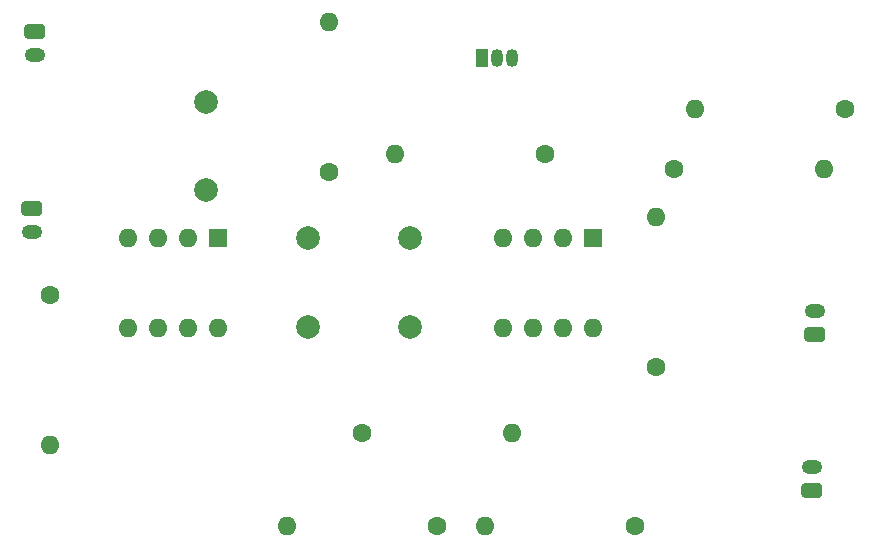
<source format=gbl>
G04 #@! TF.GenerationSoftware,KiCad,Pcbnew,(5.0.1)-rc2*
G04 #@! TF.CreationDate,2018-10-16T02:33:53-04:00*
G04 #@! TF.ProjectId,vco2,76636F322E6B696361645F7063620000,1*
G04 #@! TF.SameCoordinates,Original*
G04 #@! TF.FileFunction,Copper,L2,Bot,Signal*
G04 #@! TF.FilePolarity,Positive*
%FSLAX46Y46*%
G04 Gerber Fmt 4.6, Leading zero omitted, Abs format (unit mm)*
G04 Created by KiCad (PCBNEW (5.0.1)-rc2) date 10/16/2018 2:33:53 AM*
%MOMM*%
%LPD*%
G01*
G04 APERTURE LIST*
G04 #@! TA.AperFunction,ComponentPad*
%ADD10O,1.600000X1.600000*%
G04 #@! TD*
G04 #@! TA.AperFunction,ComponentPad*
%ADD11C,1.600000*%
G04 #@! TD*
G04 #@! TA.AperFunction,ComponentPad*
%ADD12C,2.000000*%
G04 #@! TD*
G04 #@! TA.AperFunction,Conductor*
%ADD13C,0.100000*%
G04 #@! TD*
G04 #@! TA.AperFunction,ComponentPad*
%ADD14C,1.200000*%
G04 #@! TD*
G04 #@! TA.AperFunction,ComponentPad*
%ADD15O,1.750000X1.200000*%
G04 #@! TD*
G04 #@! TA.AperFunction,ComponentPad*
%ADD16O,1.050000X1.500000*%
G04 #@! TD*
G04 #@! TA.AperFunction,ComponentPad*
%ADD17R,1.050000X1.500000*%
G04 #@! TD*
G04 #@! TA.AperFunction,ComponentPad*
%ADD18R,1.600000X1.600000*%
G04 #@! TD*
G04 APERTURE END LIST*
D10*
G04 #@! TO.P,R12,2*
G04 #@! TO.N,Net-(R12-Pad2)*
X95250000Y-129032000D03*
D11*
G04 #@! TO.P,R12,1*
G04 #@! TO.N,GND*
X95250000Y-116332000D03*
G04 #@! TD*
D12*
G04 #@! TO.P,C2,1*
G04 #@! TO.N,Net-(C2-Pad1)*
X108458000Y-107442000D03*
G04 #@! TO.P,C2,2*
G04 #@! TO.N,Net-(C2-Pad2)*
X108458000Y-99942000D03*
G04 #@! TD*
G04 #@! TO.P,C3,2*
G04 #@! TO.N,+5V*
X117094000Y-119006000D03*
G04 #@! TO.P,C3,1*
G04 #@! TO.N,GND*
X117094000Y-111506000D03*
G04 #@! TD*
G04 #@! TO.P,C4,1*
G04 #@! TO.N,GND*
X125730000Y-111506000D03*
G04 #@! TO.P,C4,2*
G04 #@! TO.N,+5V*
X125730000Y-119006000D03*
G04 #@! TD*
D13*
G04 #@! TO.N,Net-(J1-Pad1)*
G04 #@! TO.C,J1*
G36*
X160415505Y-132243204D02*
X160439773Y-132246804D01*
X160463572Y-132252765D01*
X160486671Y-132261030D01*
X160508850Y-132271520D01*
X160529893Y-132284132D01*
X160549599Y-132298747D01*
X160567777Y-132315223D01*
X160584253Y-132333401D01*
X160598868Y-132353107D01*
X160611480Y-132374150D01*
X160621970Y-132396329D01*
X160630235Y-132419428D01*
X160636196Y-132443227D01*
X160639796Y-132467495D01*
X160641000Y-132491999D01*
X160641000Y-133192001D01*
X160639796Y-133216505D01*
X160636196Y-133240773D01*
X160630235Y-133264572D01*
X160621970Y-133287671D01*
X160611480Y-133309850D01*
X160598868Y-133330893D01*
X160584253Y-133350599D01*
X160567777Y-133368777D01*
X160549599Y-133385253D01*
X160529893Y-133399868D01*
X160508850Y-133412480D01*
X160486671Y-133422970D01*
X160463572Y-133431235D01*
X160439773Y-133437196D01*
X160415505Y-133440796D01*
X160391001Y-133442000D01*
X159140999Y-133442000D01*
X159116495Y-133440796D01*
X159092227Y-133437196D01*
X159068428Y-133431235D01*
X159045329Y-133422970D01*
X159023150Y-133412480D01*
X159002107Y-133399868D01*
X158982401Y-133385253D01*
X158964223Y-133368777D01*
X158947747Y-133350599D01*
X158933132Y-133330893D01*
X158920520Y-133309850D01*
X158910030Y-133287671D01*
X158901765Y-133264572D01*
X158895804Y-133240773D01*
X158892204Y-133216505D01*
X158891000Y-133192001D01*
X158891000Y-132491999D01*
X158892204Y-132467495D01*
X158895804Y-132443227D01*
X158901765Y-132419428D01*
X158910030Y-132396329D01*
X158920520Y-132374150D01*
X158933132Y-132353107D01*
X158947747Y-132333401D01*
X158964223Y-132315223D01*
X158982401Y-132298747D01*
X159002107Y-132284132D01*
X159023150Y-132271520D01*
X159045329Y-132261030D01*
X159068428Y-132252765D01*
X159092227Y-132246804D01*
X159116495Y-132243204D01*
X159140999Y-132242000D01*
X160391001Y-132242000D01*
X160415505Y-132243204D01*
X160415505Y-132243204D01*
G37*
D14*
G04 #@! TD*
G04 #@! TO.P,J1,1*
G04 #@! TO.N,Net-(J1-Pad1)*
X159766000Y-132842000D03*
D15*
G04 #@! TO.P,J1,2*
G04 #@! TO.N,GND*
X159766000Y-130842000D03*
G04 #@! TD*
G04 #@! TO.P,J2,2*
G04 #@! TO.N,GND*
X160020000Y-117634000D03*
D13*
G04 #@! TD*
G04 #@! TO.N,+5V*
G04 #@! TO.C,J2*
G36*
X160669505Y-119035204D02*
X160693773Y-119038804D01*
X160717572Y-119044765D01*
X160740671Y-119053030D01*
X160762850Y-119063520D01*
X160783893Y-119076132D01*
X160803599Y-119090747D01*
X160821777Y-119107223D01*
X160838253Y-119125401D01*
X160852868Y-119145107D01*
X160865480Y-119166150D01*
X160875970Y-119188329D01*
X160884235Y-119211428D01*
X160890196Y-119235227D01*
X160893796Y-119259495D01*
X160895000Y-119283999D01*
X160895000Y-119984001D01*
X160893796Y-120008505D01*
X160890196Y-120032773D01*
X160884235Y-120056572D01*
X160875970Y-120079671D01*
X160865480Y-120101850D01*
X160852868Y-120122893D01*
X160838253Y-120142599D01*
X160821777Y-120160777D01*
X160803599Y-120177253D01*
X160783893Y-120191868D01*
X160762850Y-120204480D01*
X160740671Y-120214970D01*
X160717572Y-120223235D01*
X160693773Y-120229196D01*
X160669505Y-120232796D01*
X160645001Y-120234000D01*
X159394999Y-120234000D01*
X159370495Y-120232796D01*
X159346227Y-120229196D01*
X159322428Y-120223235D01*
X159299329Y-120214970D01*
X159277150Y-120204480D01*
X159256107Y-120191868D01*
X159236401Y-120177253D01*
X159218223Y-120160777D01*
X159201747Y-120142599D01*
X159187132Y-120122893D01*
X159174520Y-120101850D01*
X159164030Y-120079671D01*
X159155765Y-120056572D01*
X159149804Y-120032773D01*
X159146204Y-120008505D01*
X159145000Y-119984001D01*
X159145000Y-119283999D01*
X159146204Y-119259495D01*
X159149804Y-119235227D01*
X159155765Y-119211428D01*
X159164030Y-119188329D01*
X159174520Y-119166150D01*
X159187132Y-119145107D01*
X159201747Y-119125401D01*
X159218223Y-119107223D01*
X159236401Y-119090747D01*
X159256107Y-119076132D01*
X159277150Y-119063520D01*
X159299329Y-119053030D01*
X159322428Y-119044765D01*
X159346227Y-119038804D01*
X159370495Y-119035204D01*
X159394999Y-119034000D01*
X160645001Y-119034000D01*
X160669505Y-119035204D01*
X160669505Y-119035204D01*
G37*
D14*
G04 #@! TO.P,J2,1*
G04 #@! TO.N,+5V*
X160020000Y-119634000D03*
G04 #@! TD*
D15*
G04 #@! TO.P,J3,2*
G04 #@! TO.N,GND*
X93726000Y-110966000D03*
D13*
G04 #@! TD*
G04 #@! TO.N,Net-(J3-Pad1)*
G04 #@! TO.C,J3*
G36*
X94375505Y-108367204D02*
X94399773Y-108370804D01*
X94423572Y-108376765D01*
X94446671Y-108385030D01*
X94468850Y-108395520D01*
X94489893Y-108408132D01*
X94509599Y-108422747D01*
X94527777Y-108439223D01*
X94544253Y-108457401D01*
X94558868Y-108477107D01*
X94571480Y-108498150D01*
X94581970Y-108520329D01*
X94590235Y-108543428D01*
X94596196Y-108567227D01*
X94599796Y-108591495D01*
X94601000Y-108615999D01*
X94601000Y-109316001D01*
X94599796Y-109340505D01*
X94596196Y-109364773D01*
X94590235Y-109388572D01*
X94581970Y-109411671D01*
X94571480Y-109433850D01*
X94558868Y-109454893D01*
X94544253Y-109474599D01*
X94527777Y-109492777D01*
X94509599Y-109509253D01*
X94489893Y-109523868D01*
X94468850Y-109536480D01*
X94446671Y-109546970D01*
X94423572Y-109555235D01*
X94399773Y-109561196D01*
X94375505Y-109564796D01*
X94351001Y-109566000D01*
X93100999Y-109566000D01*
X93076495Y-109564796D01*
X93052227Y-109561196D01*
X93028428Y-109555235D01*
X93005329Y-109546970D01*
X92983150Y-109536480D01*
X92962107Y-109523868D01*
X92942401Y-109509253D01*
X92924223Y-109492777D01*
X92907747Y-109474599D01*
X92893132Y-109454893D01*
X92880520Y-109433850D01*
X92870030Y-109411671D01*
X92861765Y-109388572D01*
X92855804Y-109364773D01*
X92852204Y-109340505D01*
X92851000Y-109316001D01*
X92851000Y-108615999D01*
X92852204Y-108591495D01*
X92855804Y-108567227D01*
X92861765Y-108543428D01*
X92870030Y-108520329D01*
X92880520Y-108498150D01*
X92893132Y-108477107D01*
X92907747Y-108457401D01*
X92924223Y-108439223D01*
X92942401Y-108422747D01*
X92962107Y-108408132D01*
X92983150Y-108395520D01*
X93005329Y-108385030D01*
X93028428Y-108376765D01*
X93052227Y-108370804D01*
X93076495Y-108367204D01*
X93100999Y-108366000D01*
X94351001Y-108366000D01*
X94375505Y-108367204D01*
X94375505Y-108367204D01*
G37*
D14*
G04 #@! TO.P,J3,1*
G04 #@! TO.N,Net-(J3-Pad1)*
X93726000Y-108966000D03*
G04 #@! TD*
D13*
G04 #@! TO.N,Net-(J4-Pad1)*
G04 #@! TO.C,J4*
G36*
X94629505Y-93381204D02*
X94653773Y-93384804D01*
X94677572Y-93390765D01*
X94700671Y-93399030D01*
X94722850Y-93409520D01*
X94743893Y-93422132D01*
X94763599Y-93436747D01*
X94781777Y-93453223D01*
X94798253Y-93471401D01*
X94812868Y-93491107D01*
X94825480Y-93512150D01*
X94835970Y-93534329D01*
X94844235Y-93557428D01*
X94850196Y-93581227D01*
X94853796Y-93605495D01*
X94855000Y-93629999D01*
X94855000Y-94330001D01*
X94853796Y-94354505D01*
X94850196Y-94378773D01*
X94844235Y-94402572D01*
X94835970Y-94425671D01*
X94825480Y-94447850D01*
X94812868Y-94468893D01*
X94798253Y-94488599D01*
X94781777Y-94506777D01*
X94763599Y-94523253D01*
X94743893Y-94537868D01*
X94722850Y-94550480D01*
X94700671Y-94560970D01*
X94677572Y-94569235D01*
X94653773Y-94575196D01*
X94629505Y-94578796D01*
X94605001Y-94580000D01*
X93354999Y-94580000D01*
X93330495Y-94578796D01*
X93306227Y-94575196D01*
X93282428Y-94569235D01*
X93259329Y-94560970D01*
X93237150Y-94550480D01*
X93216107Y-94537868D01*
X93196401Y-94523253D01*
X93178223Y-94506777D01*
X93161747Y-94488599D01*
X93147132Y-94468893D01*
X93134520Y-94447850D01*
X93124030Y-94425671D01*
X93115765Y-94402572D01*
X93109804Y-94378773D01*
X93106204Y-94354505D01*
X93105000Y-94330001D01*
X93105000Y-93629999D01*
X93106204Y-93605495D01*
X93109804Y-93581227D01*
X93115765Y-93557428D01*
X93124030Y-93534329D01*
X93134520Y-93512150D01*
X93147132Y-93491107D01*
X93161747Y-93471401D01*
X93178223Y-93453223D01*
X93196401Y-93436747D01*
X93216107Y-93422132D01*
X93237150Y-93409520D01*
X93259329Y-93399030D01*
X93282428Y-93390765D01*
X93306227Y-93384804D01*
X93330495Y-93381204D01*
X93354999Y-93380000D01*
X94605001Y-93380000D01*
X94629505Y-93381204D01*
X94629505Y-93381204D01*
G37*
D14*
G04 #@! TD*
G04 #@! TO.P,J4,1*
G04 #@! TO.N,Net-(J4-Pad1)*
X93980000Y-93980000D03*
D15*
G04 #@! TO.P,J4,2*
G04 #@! TO.N,GND*
X93980000Y-95980000D03*
G04 #@! TD*
D16*
G04 #@! TO.P,Q3,2*
G04 #@! TO.N,Net-(Q3-Pad2)*
X133096000Y-96266000D03*
G04 #@! TO.P,Q3,3*
G04 #@! TO.N,GND*
X134366000Y-96266000D03*
D17*
G04 #@! TO.P,Q3,1*
G04 #@! TO.N,Net-(Q3-Pad1)*
X131826000Y-96266000D03*
G04 #@! TD*
D11*
G04 #@! TO.P,R7,1*
G04 #@! TO.N,Net-(C2-Pad2)*
X148082000Y-105664000D03*
D10*
G04 #@! TO.P,R7,2*
G04 #@! TO.N,Net-(J1-Pad1)*
X160782000Y-105664000D03*
G04 #@! TD*
D11*
G04 #@! TO.P,R8,1*
G04 #@! TO.N,Net-(R12-Pad2)*
X121666000Y-128016000D03*
D10*
G04 #@! TO.P,R8,2*
G04 #@! TO.N,+5V*
X134366000Y-128016000D03*
G04 #@! TD*
G04 #@! TO.P,R9,2*
G04 #@! TO.N,Net-(R10-Pad1)*
X149860000Y-100584000D03*
D11*
G04 #@! TO.P,R9,1*
G04 #@! TO.N,Net-(J1-Pad1)*
X162560000Y-100584000D03*
G04 #@! TD*
G04 #@! TO.P,R10,1*
G04 #@! TO.N,Net-(R10-Pad1)*
X137160000Y-104394000D03*
D10*
G04 #@! TO.P,R10,2*
G04 #@! TO.N,GND*
X124460000Y-104394000D03*
G04 #@! TD*
G04 #@! TO.P,R11,2*
G04 #@! TO.N,Net-(Q3-Pad1)*
X118872000Y-93218000D03*
D11*
G04 #@! TO.P,R11,1*
G04 #@! TO.N,Net-(C2-Pad2)*
X118872000Y-105918000D03*
G04 #@! TD*
D10*
G04 #@! TO.P,R13,2*
G04 #@! TO.N,Net-(R12-Pad2)*
X115316000Y-135890000D03*
D11*
G04 #@! TO.P,R13,1*
G04 #@! TO.N,Net-(R13-Pad1)*
X128016000Y-135890000D03*
G04 #@! TD*
G04 #@! TO.P,R14,1*
G04 #@! TO.N,Net-(R14-Pad1)*
X144780000Y-135890000D03*
D10*
G04 #@! TO.P,R14,2*
G04 #@! TO.N,Net-(R13-Pad1)*
X132080000Y-135890000D03*
G04 #@! TD*
D11*
G04 #@! TO.P,R15,1*
G04 #@! TO.N,Net-(R14-Pad1)*
X146558000Y-122428000D03*
D10*
G04 #@! TO.P,R15,2*
G04 #@! TO.N,Net-(Q3-Pad2)*
X146558000Y-109728000D03*
G04 #@! TD*
D18*
G04 #@! TO.P,U3,1*
G04 #@! TO.N,Net-(C2-Pad1)*
X141224000Y-111506000D03*
D10*
G04 #@! TO.P,U3,5*
G04 #@! TO.N,Net-(R13-Pad1)*
X133604000Y-119126000D03*
G04 #@! TO.P,U3,2*
G04 #@! TO.N,Net-(C2-Pad2)*
X138684000Y-111506000D03*
G04 #@! TO.P,U3,6*
G04 #@! TO.N,Net-(C2-Pad1)*
X136144000Y-119126000D03*
G04 #@! TO.P,U3,3*
G04 #@! TO.N,Net-(R10-Pad1)*
X136144000Y-111506000D03*
G04 #@! TO.P,U3,7*
G04 #@! TO.N,Net-(R14-Pad1)*
X138684000Y-119126000D03*
G04 #@! TO.P,U3,4*
G04 #@! TO.N,GND*
X133604000Y-111506000D03*
G04 #@! TO.P,U3,8*
G04 #@! TO.N,+5V*
X141224000Y-119126000D03*
G04 #@! TD*
G04 #@! TO.P,U4,8*
G04 #@! TO.N,+5V*
X109474000Y-119126000D03*
G04 #@! TO.P,U4,4*
G04 #@! TO.N,GND*
X101854000Y-111506000D03*
G04 #@! TO.P,U4,7*
G04 #@! TO.N,Net-(J4-Pad1)*
X106934000Y-119126000D03*
G04 #@! TO.P,U4,3*
G04 #@! TO.N,Net-(C2-Pad1)*
X104394000Y-111506000D03*
G04 #@! TO.P,U4,6*
G04 #@! TO.N,Net-(J4-Pad1)*
X104394000Y-119126000D03*
G04 #@! TO.P,U4,2*
G04 #@! TO.N,Net-(J3-Pad1)*
X106934000Y-111506000D03*
G04 #@! TO.P,U4,5*
G04 #@! TO.N,Net-(R14-Pad1)*
X101854000Y-119126000D03*
D18*
G04 #@! TO.P,U4,1*
G04 #@! TO.N,Net-(J3-Pad1)*
X109474000Y-111506000D03*
G04 #@! TD*
M02*

</source>
